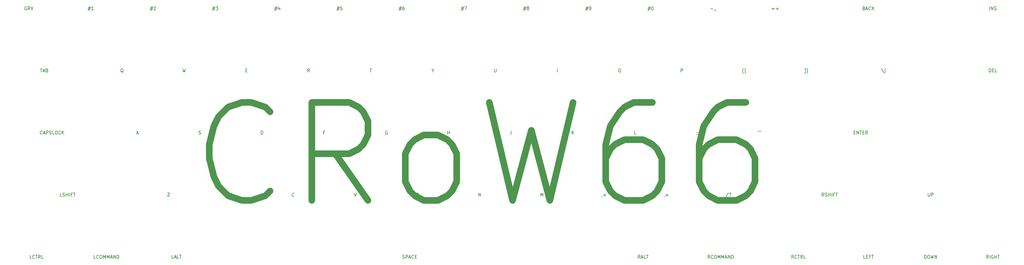
<source format=gbr>
G04 #@! TF.GenerationSoftware,KiCad,Pcbnew,(5.1.4)-1*
G04 #@! TF.CreationDate,2021-09-28T20:31:06+02:00*
G04 #@! TF.ProjectId,CrowMiniMk2,43726f77-4d69-46e6-994d-6b322e6b6963,rev?*
G04 #@! TF.SameCoordinates,Original*
G04 #@! TF.FileFunction,Legend,Top*
G04 #@! TF.FilePolarity,Positive*
%FSLAX46Y46*%
G04 Gerber Fmt 4.6, Leading zero omitted, Abs format (unit mm)*
G04 Created by KiCad (PCBNEW (5.1.4)-1) date 2021-09-28 20:31:06*
%MOMM*%
%LPD*%
G04 APERTURE LIST*
%ADD10C,2.000000*%
%ADD11C,0.150000*%
G04 APERTURE END LIST*
D10*
X92956250Y-92470535D02*
X91527678Y-93899107D01*
X87241964Y-95327678D01*
X84384821Y-95327678D01*
X80099107Y-93899107D01*
X77241964Y-91041964D01*
X75813392Y-88184821D01*
X74384821Y-82470535D01*
X74384821Y-78184821D01*
X75813392Y-72470535D01*
X77241964Y-69613392D01*
X80099107Y-66756250D01*
X84384821Y-65327678D01*
X87241964Y-65327678D01*
X91527678Y-66756250D01*
X92956250Y-68184821D01*
X122956250Y-95327678D02*
X112956250Y-81041964D01*
X105813392Y-95327678D02*
X105813392Y-65327678D01*
X117241964Y-65327678D01*
X120099107Y-66756250D01*
X121527678Y-68184821D01*
X122956250Y-71041964D01*
X122956250Y-75327678D01*
X121527678Y-78184821D01*
X120099107Y-79613392D01*
X117241964Y-81041964D01*
X105813392Y-81041964D01*
X140099107Y-95327678D02*
X137241964Y-93899107D01*
X135813392Y-92470535D01*
X134384821Y-89613392D01*
X134384821Y-81041964D01*
X135813392Y-78184821D01*
X137241964Y-76756250D01*
X140099107Y-75327678D01*
X144384821Y-75327678D01*
X147241964Y-76756250D01*
X148670535Y-78184821D01*
X150099107Y-81041964D01*
X150099107Y-89613392D01*
X148670535Y-92470535D01*
X147241964Y-93899107D01*
X144384821Y-95327678D01*
X140099107Y-95327678D01*
X160099107Y-65327678D02*
X167241964Y-95327678D01*
X172956250Y-73899107D01*
X178670535Y-95327678D01*
X185813392Y-65327678D01*
X210099107Y-65327678D02*
X204384821Y-65327678D01*
X201527678Y-66756250D01*
X200099107Y-68184821D01*
X197241964Y-72470535D01*
X195813392Y-78184821D01*
X195813392Y-89613392D01*
X197241964Y-92470535D01*
X198670535Y-93899107D01*
X201527678Y-95327678D01*
X207241964Y-95327678D01*
X210099107Y-93899107D01*
X211527678Y-92470535D01*
X212956250Y-89613392D01*
X212956250Y-82470535D01*
X211527678Y-79613392D01*
X210099107Y-78184821D01*
X207241964Y-76756250D01*
X201527678Y-76756250D01*
X198670535Y-78184821D01*
X197241964Y-79613392D01*
X195813392Y-82470535D01*
X238670535Y-65327678D02*
X232956250Y-65327678D01*
X230099107Y-66756250D01*
X228670535Y-68184821D01*
X225813392Y-72470535D01*
X224384821Y-78184821D01*
X224384821Y-89613392D01*
X225813392Y-92470535D01*
X227241964Y-93899107D01*
X230099107Y-95327678D01*
X235813392Y-95327678D01*
X238670535Y-93899107D01*
X240099107Y-92470535D01*
X241527678Y-89613392D01*
X241527678Y-82470535D01*
X240099107Y-79613392D01*
X238670535Y-78184821D01*
X235813392Y-76756250D01*
X230099107Y-76756250D01*
X227241964Y-78184821D01*
X225813392Y-79613392D01*
X224384821Y-82470535D01*
D11*
X271772321Y-74541071D02*
X272105654Y-74541071D01*
X272248511Y-75064880D02*
X271772321Y-75064880D01*
X271772321Y-74064880D01*
X272248511Y-74064880D01*
X272677083Y-75064880D02*
X272677083Y-74064880D01*
X273248511Y-75064880D01*
X273248511Y-74064880D01*
X273581845Y-74064880D02*
X274153273Y-74064880D01*
X273867559Y-75064880D02*
X273867559Y-74064880D01*
X274486607Y-74541071D02*
X274819940Y-74541071D01*
X274962797Y-75064880D02*
X274486607Y-75064880D01*
X274486607Y-74064880D01*
X274962797Y-74064880D01*
X275962797Y-75064880D02*
X275629464Y-74588690D01*
X275391369Y-75064880D02*
X275391369Y-74064880D01*
X275772321Y-74064880D01*
X275867559Y-74112500D01*
X275915178Y-74160119D01*
X275962797Y-74255357D01*
X275962797Y-74398214D01*
X275915178Y-74493452D01*
X275867559Y-74541071D01*
X275772321Y-74588690D01*
X275391369Y-74588690D01*
X262580654Y-94114880D02*
X262247321Y-93638690D01*
X262009226Y-94114880D02*
X262009226Y-93114880D01*
X262390178Y-93114880D01*
X262485416Y-93162500D01*
X262533035Y-93210119D01*
X262580654Y-93305357D01*
X262580654Y-93448214D01*
X262533035Y-93543452D01*
X262485416Y-93591071D01*
X262390178Y-93638690D01*
X262009226Y-93638690D01*
X262961607Y-94067261D02*
X263104464Y-94114880D01*
X263342559Y-94114880D01*
X263437797Y-94067261D01*
X263485416Y-94019642D01*
X263533035Y-93924404D01*
X263533035Y-93829166D01*
X263485416Y-93733928D01*
X263437797Y-93686309D01*
X263342559Y-93638690D01*
X263152083Y-93591071D01*
X263056845Y-93543452D01*
X263009226Y-93495833D01*
X262961607Y-93400595D01*
X262961607Y-93305357D01*
X263009226Y-93210119D01*
X263056845Y-93162500D01*
X263152083Y-93114880D01*
X263390178Y-93114880D01*
X263533035Y-93162500D01*
X263961607Y-94114880D02*
X263961607Y-93114880D01*
X263961607Y-93591071D02*
X264533035Y-93591071D01*
X264533035Y-94114880D02*
X264533035Y-93114880D01*
X265009226Y-94114880D02*
X265009226Y-93114880D01*
X265818750Y-93591071D02*
X265485416Y-93591071D01*
X265485416Y-94114880D02*
X265485416Y-93114880D01*
X265961607Y-93114880D01*
X266199702Y-93114880D02*
X266771130Y-93114880D01*
X266485416Y-94114880D02*
X266485416Y-93114880D01*
X29218154Y-94114880D02*
X28741964Y-94114880D01*
X28741964Y-93114880D01*
X29503869Y-94067261D02*
X29646726Y-94114880D01*
X29884821Y-94114880D01*
X29980059Y-94067261D01*
X30027678Y-94019642D01*
X30075297Y-93924404D01*
X30075297Y-93829166D01*
X30027678Y-93733928D01*
X29980059Y-93686309D01*
X29884821Y-93638690D01*
X29694345Y-93591071D01*
X29599107Y-93543452D01*
X29551488Y-93495833D01*
X29503869Y-93400595D01*
X29503869Y-93305357D01*
X29551488Y-93210119D01*
X29599107Y-93162500D01*
X29694345Y-93114880D01*
X29932440Y-93114880D01*
X30075297Y-93162500D01*
X30503869Y-94114880D02*
X30503869Y-93114880D01*
X30503869Y-93591071D02*
X31075297Y-93591071D01*
X31075297Y-94114880D02*
X31075297Y-93114880D01*
X31551488Y-94114880D02*
X31551488Y-93114880D01*
X32361011Y-93591071D02*
X32027678Y-93591071D01*
X32027678Y-94114880D02*
X32027678Y-93114880D01*
X32503869Y-93114880D01*
X32741964Y-93114880D02*
X33313392Y-93114880D01*
X33027678Y-94114880D02*
X33027678Y-93114880D01*
X23169940Y-74969642D02*
X23122321Y-75017261D01*
X22979464Y-75064880D01*
X22884226Y-75064880D01*
X22741369Y-75017261D01*
X22646130Y-74922023D01*
X22598511Y-74826785D01*
X22550892Y-74636309D01*
X22550892Y-74493452D01*
X22598511Y-74302976D01*
X22646130Y-74207738D01*
X22741369Y-74112500D01*
X22884226Y-74064880D01*
X22979464Y-74064880D01*
X23122321Y-74112500D01*
X23169940Y-74160119D01*
X23550892Y-74779166D02*
X24027083Y-74779166D01*
X23455654Y-75064880D02*
X23788988Y-74064880D01*
X24122321Y-75064880D01*
X24455654Y-75064880D02*
X24455654Y-74064880D01*
X24836607Y-74064880D01*
X24931845Y-74112500D01*
X24979464Y-74160119D01*
X25027083Y-74255357D01*
X25027083Y-74398214D01*
X24979464Y-74493452D01*
X24931845Y-74541071D01*
X24836607Y-74588690D01*
X24455654Y-74588690D01*
X25408035Y-75017261D02*
X25550892Y-75064880D01*
X25788988Y-75064880D01*
X25884226Y-75017261D01*
X25931845Y-74969642D01*
X25979464Y-74874404D01*
X25979464Y-74779166D01*
X25931845Y-74683928D01*
X25884226Y-74636309D01*
X25788988Y-74588690D01*
X25598511Y-74541071D01*
X25503273Y-74493452D01*
X25455654Y-74445833D01*
X25408035Y-74350595D01*
X25408035Y-74255357D01*
X25455654Y-74160119D01*
X25503273Y-74112500D01*
X25598511Y-74064880D01*
X25836607Y-74064880D01*
X25979464Y-74112500D01*
X26884226Y-75064880D02*
X26408035Y-75064880D01*
X26408035Y-74064880D01*
X27408035Y-74064880D02*
X27598511Y-74064880D01*
X27693750Y-74112500D01*
X27788988Y-74207738D01*
X27836607Y-74398214D01*
X27836607Y-74731547D01*
X27788988Y-74922023D01*
X27693750Y-75017261D01*
X27598511Y-75064880D01*
X27408035Y-75064880D01*
X27312797Y-75017261D01*
X27217559Y-74922023D01*
X27169940Y-74731547D01*
X27169940Y-74398214D01*
X27217559Y-74207738D01*
X27312797Y-74112500D01*
X27408035Y-74064880D01*
X28836607Y-74969642D02*
X28788988Y-75017261D01*
X28646130Y-75064880D01*
X28550892Y-75064880D01*
X28408035Y-75017261D01*
X28312797Y-74922023D01*
X28265178Y-74826785D01*
X28217559Y-74636309D01*
X28217559Y-74493452D01*
X28265178Y-74302976D01*
X28312797Y-74207738D01*
X28408035Y-74112500D01*
X28550892Y-74064880D01*
X28646130Y-74064880D01*
X28788988Y-74112500D01*
X28836607Y-74160119D01*
X29265178Y-75064880D02*
X29265178Y-74064880D01*
X29836607Y-75064880D02*
X29408035Y-74493452D01*
X29836607Y-74064880D02*
X29265178Y-74636309D01*
X274867857Y-36441071D02*
X275010714Y-36488690D01*
X275058333Y-36536309D01*
X275105952Y-36631547D01*
X275105952Y-36774404D01*
X275058333Y-36869642D01*
X275010714Y-36917261D01*
X274915476Y-36964880D01*
X274534523Y-36964880D01*
X274534523Y-35964880D01*
X274867857Y-35964880D01*
X274963095Y-36012500D01*
X275010714Y-36060119D01*
X275058333Y-36155357D01*
X275058333Y-36250595D01*
X275010714Y-36345833D01*
X274963095Y-36393452D01*
X274867857Y-36441071D01*
X274534523Y-36441071D01*
X275486904Y-36679166D02*
X275963095Y-36679166D01*
X275391666Y-36964880D02*
X275725000Y-35964880D01*
X276058333Y-36964880D01*
X276963095Y-36869642D02*
X276915476Y-36917261D01*
X276772619Y-36964880D01*
X276677380Y-36964880D01*
X276534523Y-36917261D01*
X276439285Y-36822023D01*
X276391666Y-36726785D01*
X276344047Y-36536309D01*
X276344047Y-36393452D01*
X276391666Y-36202976D01*
X276439285Y-36107738D01*
X276534523Y-36012500D01*
X276677380Y-35964880D01*
X276772619Y-35964880D01*
X276915476Y-36012500D01*
X276963095Y-36060119D01*
X277391666Y-36964880D02*
X277391666Y-35964880D01*
X277963095Y-36964880D02*
X277534523Y-36393452D01*
X277963095Y-35964880D02*
X277391666Y-36536309D01*
X280082738Y-54919642D02*
X280939880Y-56205357D01*
X281320833Y-56348214D02*
X281320833Y-54919642D01*
X22598214Y-55014880D02*
X23169642Y-55014880D01*
X22883928Y-56014880D02*
X22883928Y-55014880D01*
X23455357Y-55729166D02*
X23931547Y-55729166D01*
X23360119Y-56014880D02*
X23693452Y-55014880D01*
X24026785Y-56014880D01*
X24693452Y-55491071D02*
X24836309Y-55538690D01*
X24883928Y-55586309D01*
X24931547Y-55681547D01*
X24931547Y-55824404D01*
X24883928Y-55919642D01*
X24836309Y-55967261D01*
X24741071Y-56014880D01*
X24360119Y-56014880D01*
X24360119Y-55014880D01*
X24693452Y-55014880D01*
X24788690Y-55062500D01*
X24836309Y-55110119D01*
X24883928Y-55205357D01*
X24883928Y-55300595D01*
X24836309Y-55395833D01*
X24788690Y-55443452D01*
X24693452Y-55491071D01*
X24360119Y-55491071D01*
X253317559Y-113164880D02*
X252984226Y-112688690D01*
X252746130Y-113164880D02*
X252746130Y-112164880D01*
X253127083Y-112164880D01*
X253222321Y-112212500D01*
X253269940Y-112260119D01*
X253317559Y-112355357D01*
X253317559Y-112498214D01*
X253269940Y-112593452D01*
X253222321Y-112641071D01*
X253127083Y-112688690D01*
X252746130Y-112688690D01*
X254317559Y-113069642D02*
X254269940Y-113117261D01*
X254127083Y-113164880D01*
X254031845Y-113164880D01*
X253888988Y-113117261D01*
X253793750Y-113022023D01*
X253746130Y-112926785D01*
X253698511Y-112736309D01*
X253698511Y-112593452D01*
X253746130Y-112402976D01*
X253793750Y-112307738D01*
X253888988Y-112212500D01*
X254031845Y-112164880D01*
X254127083Y-112164880D01*
X254269940Y-112212500D01*
X254317559Y-112260119D01*
X254603273Y-112164880D02*
X255174702Y-112164880D01*
X254888988Y-113164880D02*
X254888988Y-112164880D01*
X256079464Y-113164880D02*
X255746130Y-112688690D01*
X255508035Y-113164880D02*
X255508035Y-112164880D01*
X255888988Y-112164880D01*
X255984226Y-112212500D01*
X256031845Y-112260119D01*
X256079464Y-112355357D01*
X256079464Y-112498214D01*
X256031845Y-112593452D01*
X255984226Y-112641071D01*
X255888988Y-112688690D01*
X255508035Y-112688690D01*
X256984226Y-113164880D02*
X256508035Y-113164880D01*
X256508035Y-112164880D01*
X227671726Y-113164880D02*
X227338392Y-112688690D01*
X227100297Y-113164880D02*
X227100297Y-112164880D01*
X227481250Y-112164880D01*
X227576488Y-112212500D01*
X227624107Y-112260119D01*
X227671726Y-112355357D01*
X227671726Y-112498214D01*
X227624107Y-112593452D01*
X227576488Y-112641071D01*
X227481250Y-112688690D01*
X227100297Y-112688690D01*
X228671726Y-113069642D02*
X228624107Y-113117261D01*
X228481250Y-113164880D01*
X228386011Y-113164880D01*
X228243154Y-113117261D01*
X228147916Y-113022023D01*
X228100297Y-112926785D01*
X228052678Y-112736309D01*
X228052678Y-112593452D01*
X228100297Y-112402976D01*
X228147916Y-112307738D01*
X228243154Y-112212500D01*
X228386011Y-112164880D01*
X228481250Y-112164880D01*
X228624107Y-112212500D01*
X228671726Y-112260119D01*
X229290773Y-112164880D02*
X229481250Y-112164880D01*
X229576488Y-112212500D01*
X229671726Y-112307738D01*
X229719345Y-112498214D01*
X229719345Y-112831547D01*
X229671726Y-113022023D01*
X229576488Y-113117261D01*
X229481250Y-113164880D01*
X229290773Y-113164880D01*
X229195535Y-113117261D01*
X229100297Y-113022023D01*
X229052678Y-112831547D01*
X229052678Y-112498214D01*
X229100297Y-112307738D01*
X229195535Y-112212500D01*
X229290773Y-112164880D01*
X230147916Y-113164880D02*
X230147916Y-112164880D01*
X230481250Y-112879166D01*
X230814583Y-112164880D01*
X230814583Y-113164880D01*
X231290773Y-113164880D02*
X231290773Y-112164880D01*
X231624107Y-112879166D01*
X231957440Y-112164880D01*
X231957440Y-113164880D01*
X232386011Y-112879166D02*
X232862202Y-112879166D01*
X232290773Y-113164880D02*
X232624107Y-112164880D01*
X232957440Y-113164880D01*
X233290773Y-113164880D02*
X233290773Y-112164880D01*
X233862202Y-113164880D01*
X233862202Y-112164880D01*
X234338392Y-113164880D02*
X234338392Y-112164880D01*
X234576488Y-112164880D01*
X234719345Y-112212500D01*
X234814583Y-112307738D01*
X234862202Y-112402976D01*
X234909821Y-112593452D01*
X234909821Y-112736309D01*
X234862202Y-112926785D01*
X234814583Y-113022023D01*
X234719345Y-113117261D01*
X234576488Y-113164880D01*
X234338392Y-113164880D01*
X206263988Y-113164880D02*
X205930654Y-112688690D01*
X205692559Y-113164880D02*
X205692559Y-112164880D01*
X206073511Y-112164880D01*
X206168750Y-112212500D01*
X206216369Y-112260119D01*
X206263988Y-112355357D01*
X206263988Y-112498214D01*
X206216369Y-112593452D01*
X206168750Y-112641071D01*
X206073511Y-112688690D01*
X205692559Y-112688690D01*
X206644940Y-112879166D02*
X207121130Y-112879166D01*
X206549702Y-113164880D02*
X206883035Y-112164880D01*
X207216369Y-113164880D01*
X208025892Y-113164880D02*
X207549702Y-113164880D01*
X207549702Y-112164880D01*
X208216369Y-112164880D02*
X208787797Y-112164880D01*
X208502083Y-113164880D02*
X208502083Y-112164880D01*
X63388988Y-113164880D02*
X62912797Y-113164880D01*
X62912797Y-112164880D01*
X63674702Y-112879166D02*
X64150892Y-112879166D01*
X63579464Y-113164880D02*
X63912797Y-112164880D01*
X64246130Y-113164880D01*
X65055654Y-113164880D02*
X64579464Y-113164880D01*
X64579464Y-112164880D01*
X65246130Y-112164880D02*
X65817559Y-112164880D01*
X65531845Y-113164880D02*
X65531845Y-112164880D01*
X39552976Y-113164880D02*
X39076785Y-113164880D01*
X39076785Y-112164880D01*
X40457738Y-113069642D02*
X40410119Y-113117261D01*
X40267261Y-113164880D01*
X40172023Y-113164880D01*
X40029166Y-113117261D01*
X39933928Y-113022023D01*
X39886309Y-112926785D01*
X39838690Y-112736309D01*
X39838690Y-112593452D01*
X39886309Y-112402976D01*
X39933928Y-112307738D01*
X40029166Y-112212500D01*
X40172023Y-112164880D01*
X40267261Y-112164880D01*
X40410119Y-112212500D01*
X40457738Y-112260119D01*
X41076785Y-112164880D02*
X41267261Y-112164880D01*
X41362500Y-112212500D01*
X41457738Y-112307738D01*
X41505357Y-112498214D01*
X41505357Y-112831547D01*
X41457738Y-113022023D01*
X41362500Y-113117261D01*
X41267261Y-113164880D01*
X41076785Y-113164880D01*
X40981547Y-113117261D01*
X40886309Y-113022023D01*
X40838690Y-112831547D01*
X40838690Y-112498214D01*
X40886309Y-112307738D01*
X40981547Y-112212500D01*
X41076785Y-112164880D01*
X41933928Y-113164880D02*
X41933928Y-112164880D01*
X42267261Y-112879166D01*
X42600595Y-112164880D01*
X42600595Y-113164880D01*
X43076785Y-113164880D02*
X43076785Y-112164880D01*
X43410119Y-112879166D01*
X43743452Y-112164880D01*
X43743452Y-113164880D01*
X44172023Y-112879166D02*
X44648214Y-112879166D01*
X44076785Y-113164880D02*
X44410119Y-112164880D01*
X44743452Y-113164880D01*
X45076785Y-113164880D02*
X45076785Y-112164880D01*
X45648214Y-113164880D01*
X45648214Y-112164880D01*
X46124404Y-113164880D02*
X46124404Y-112164880D01*
X46362500Y-112164880D01*
X46505357Y-112212500D01*
X46600595Y-112307738D01*
X46648214Y-112402976D01*
X46695833Y-112593452D01*
X46695833Y-112736309D01*
X46648214Y-112926785D01*
X46600595Y-113022023D01*
X46505357Y-113117261D01*
X46362500Y-113164880D01*
X46124404Y-113164880D01*
X19955059Y-113164880D02*
X19478869Y-113164880D01*
X19478869Y-112164880D01*
X20859821Y-113069642D02*
X20812202Y-113117261D01*
X20669345Y-113164880D01*
X20574107Y-113164880D01*
X20431250Y-113117261D01*
X20336011Y-113022023D01*
X20288392Y-112926785D01*
X20240773Y-112736309D01*
X20240773Y-112593452D01*
X20288392Y-112402976D01*
X20336011Y-112307738D01*
X20431250Y-112212500D01*
X20574107Y-112164880D01*
X20669345Y-112164880D01*
X20812202Y-112212500D01*
X20859821Y-112260119D01*
X21145535Y-112164880D02*
X21716964Y-112164880D01*
X21431250Y-113164880D02*
X21431250Y-112164880D01*
X22621726Y-113164880D02*
X22288392Y-112688690D01*
X22050297Y-113164880D02*
X22050297Y-112164880D01*
X22431250Y-112164880D01*
X22526488Y-112212500D01*
X22574107Y-112260119D01*
X22621726Y-112355357D01*
X22621726Y-112498214D01*
X22574107Y-112593452D01*
X22526488Y-112641071D01*
X22431250Y-112688690D01*
X22050297Y-112688690D01*
X23526488Y-113164880D02*
X23050297Y-113164880D01*
X23050297Y-112164880D01*
X133564583Y-113117261D02*
X133707440Y-113164880D01*
X133945535Y-113164880D01*
X134040773Y-113117261D01*
X134088392Y-113069642D01*
X134136011Y-112974404D01*
X134136011Y-112879166D01*
X134088392Y-112783928D01*
X134040773Y-112736309D01*
X133945535Y-112688690D01*
X133755059Y-112641071D01*
X133659821Y-112593452D01*
X133612202Y-112545833D01*
X133564583Y-112450595D01*
X133564583Y-112355357D01*
X133612202Y-112260119D01*
X133659821Y-112212500D01*
X133755059Y-112164880D01*
X133993154Y-112164880D01*
X134136011Y-112212500D01*
X134564583Y-113164880D02*
X134564583Y-112164880D01*
X134945535Y-112164880D01*
X135040773Y-112212500D01*
X135088392Y-112260119D01*
X135136011Y-112355357D01*
X135136011Y-112498214D01*
X135088392Y-112593452D01*
X135040773Y-112641071D01*
X134945535Y-112688690D01*
X134564583Y-112688690D01*
X135516964Y-112879166D02*
X135993154Y-112879166D01*
X135421726Y-113164880D02*
X135755059Y-112164880D01*
X136088392Y-113164880D01*
X136993154Y-113069642D02*
X136945535Y-113117261D01*
X136802678Y-113164880D01*
X136707440Y-113164880D01*
X136564583Y-113117261D01*
X136469345Y-113022023D01*
X136421726Y-112926785D01*
X136374107Y-112736309D01*
X136374107Y-112593452D01*
X136421726Y-112402976D01*
X136469345Y-112307738D01*
X136564583Y-112212500D01*
X136707440Y-112164880D01*
X136802678Y-112164880D01*
X136945535Y-112212500D01*
X136993154Y-112260119D01*
X137421726Y-112641071D02*
X137755059Y-112641071D01*
X137897916Y-113164880D02*
X137421726Y-113164880D01*
X137421726Y-112164880D01*
X137897916Y-112164880D01*
X312991666Y-113164880D02*
X312658333Y-112688690D01*
X312420238Y-113164880D02*
X312420238Y-112164880D01*
X312801190Y-112164880D01*
X312896428Y-112212500D01*
X312944047Y-112260119D01*
X312991666Y-112355357D01*
X312991666Y-112498214D01*
X312944047Y-112593452D01*
X312896428Y-112641071D01*
X312801190Y-112688690D01*
X312420238Y-112688690D01*
X313420238Y-113164880D02*
X313420238Y-112164880D01*
X314420238Y-112212500D02*
X314325000Y-112164880D01*
X314182142Y-112164880D01*
X314039285Y-112212500D01*
X313944047Y-112307738D01*
X313896428Y-112402976D01*
X313848809Y-112593452D01*
X313848809Y-112736309D01*
X313896428Y-112926785D01*
X313944047Y-113022023D01*
X314039285Y-113117261D01*
X314182142Y-113164880D01*
X314277380Y-113164880D01*
X314420238Y-113117261D01*
X314467857Y-113069642D01*
X314467857Y-112736309D01*
X314277380Y-112736309D01*
X314896428Y-113164880D02*
X314896428Y-112164880D01*
X314896428Y-112641071D02*
X315467857Y-112641071D01*
X315467857Y-113164880D02*
X315467857Y-112164880D01*
X315801190Y-112164880D02*
X316372619Y-112164880D01*
X316086904Y-113164880D02*
X316086904Y-112164880D01*
X293394047Y-113164880D02*
X293394047Y-112164880D01*
X293632142Y-112164880D01*
X293775000Y-112212500D01*
X293870238Y-112307738D01*
X293917857Y-112402976D01*
X293965476Y-112593452D01*
X293965476Y-112736309D01*
X293917857Y-112926785D01*
X293870238Y-113022023D01*
X293775000Y-113117261D01*
X293632142Y-113164880D01*
X293394047Y-113164880D01*
X294584523Y-112164880D02*
X294775000Y-112164880D01*
X294870238Y-112212500D01*
X294965476Y-112307738D01*
X295013095Y-112498214D01*
X295013095Y-112831547D01*
X294965476Y-113022023D01*
X294870238Y-113117261D01*
X294775000Y-113164880D01*
X294584523Y-113164880D01*
X294489285Y-113117261D01*
X294394047Y-113022023D01*
X294346428Y-112831547D01*
X294346428Y-112498214D01*
X294394047Y-112307738D01*
X294489285Y-112212500D01*
X294584523Y-112164880D01*
X295346428Y-112164880D02*
X295584523Y-113164880D01*
X295775000Y-112450595D01*
X295965476Y-113164880D01*
X296203571Y-112164880D01*
X296584523Y-113164880D02*
X296584523Y-112164880D01*
X297155952Y-113164880D01*
X297155952Y-112164880D01*
X275272619Y-113164880D02*
X274796428Y-113164880D01*
X274796428Y-112164880D01*
X275605952Y-112641071D02*
X275939285Y-112641071D01*
X276082142Y-113164880D02*
X275605952Y-113164880D01*
X275605952Y-112164880D01*
X276082142Y-112164880D01*
X276844047Y-112641071D02*
X276510714Y-112641071D01*
X276510714Y-113164880D02*
X276510714Y-112164880D01*
X276986904Y-112164880D01*
X277225000Y-112164880D02*
X277796428Y-112164880D01*
X277510714Y-113164880D02*
X277510714Y-112164880D01*
X294489285Y-93114880D02*
X294489285Y-93924404D01*
X294536904Y-94019642D01*
X294584523Y-94067261D01*
X294679761Y-94114880D01*
X294870238Y-94114880D01*
X294965476Y-94067261D01*
X295013095Y-94019642D01*
X295060714Y-93924404D01*
X295060714Y-93114880D01*
X295536904Y-94114880D02*
X295536904Y-93114880D01*
X295917857Y-93114880D01*
X296013095Y-93162500D01*
X296060714Y-93210119D01*
X296108333Y-93305357D01*
X296108333Y-93448214D01*
X296060714Y-93543452D01*
X296013095Y-93591071D01*
X295917857Y-93638690D01*
X295536904Y-93638690D01*
X233362500Y-93067261D02*
X232505357Y-94352976D01*
X233838690Y-94019642D02*
X233886309Y-94067261D01*
X233838690Y-94114880D01*
X233791071Y-94067261D01*
X233838690Y-94019642D01*
X233838690Y-94114880D01*
X233648214Y-93162500D02*
X233743452Y-93114880D01*
X233981547Y-93114880D01*
X234076785Y-93162500D01*
X234124404Y-93257738D01*
X234124404Y-93352976D01*
X234076785Y-93448214D01*
X234029166Y-93495833D01*
X233933928Y-93543452D01*
X233886309Y-93591071D01*
X233838690Y-93686309D01*
X233838690Y-93733928D01*
X213693452Y-94019642D02*
X213741071Y-94067261D01*
X213693452Y-94114880D01*
X213645833Y-94067261D01*
X213693452Y-94019642D01*
X213693452Y-94114880D01*
X214169642Y-93448214D02*
X214931547Y-93733928D01*
X214169642Y-94019642D01*
X194691071Y-94067261D02*
X194691071Y-94114880D01*
X194643452Y-94210119D01*
X194595833Y-94257738D01*
X195881547Y-93448214D02*
X195119642Y-93733928D01*
X195881547Y-94019642D01*
X175879166Y-94114880D02*
X175879166Y-93114880D01*
X176212500Y-93829166D01*
X176545833Y-93114880D01*
X176545833Y-94114880D01*
X156876785Y-94114880D02*
X156876785Y-93114880D01*
X157448214Y-94114880D01*
X157448214Y-93114880D01*
X138183928Y-93591071D02*
X138326785Y-93638690D01*
X138374404Y-93686309D01*
X138422023Y-93781547D01*
X138422023Y-93924404D01*
X138374404Y-94019642D01*
X138326785Y-94067261D01*
X138231547Y-94114880D01*
X137850595Y-94114880D01*
X137850595Y-93114880D01*
X138183928Y-93114880D01*
X138279166Y-93162500D01*
X138326785Y-93210119D01*
X138374404Y-93305357D01*
X138374404Y-93400595D01*
X138326785Y-93495833D01*
X138279166Y-93543452D01*
X138183928Y-93591071D01*
X137850595Y-93591071D01*
X118729166Y-93114880D02*
X119062500Y-94114880D01*
X119395833Y-93114880D01*
X100322023Y-94019642D02*
X100274404Y-94067261D01*
X100131547Y-94114880D01*
X100036309Y-94114880D01*
X99893452Y-94067261D01*
X99798214Y-93972023D01*
X99750595Y-93876785D01*
X99702976Y-93686309D01*
X99702976Y-93543452D01*
X99750595Y-93352976D01*
X99798214Y-93257738D01*
X99893452Y-93162500D01*
X100036309Y-93114880D01*
X100131547Y-93114880D01*
X100274404Y-93162500D01*
X100322023Y-93210119D01*
X80629166Y-93114880D02*
X81295833Y-94114880D01*
X81295833Y-93114880D02*
X80629166Y-94114880D01*
X61579166Y-93114880D02*
X62245833Y-93114880D01*
X61579166Y-94114880D01*
X62245833Y-94114880D01*
X242554166Y-74064880D02*
X242458928Y-74255357D01*
X242935119Y-74064880D02*
X242935119Y-74255357D01*
X243316071Y-74064880D02*
X243316071Y-74255357D01*
X223647023Y-75017261D02*
X223647023Y-75064880D01*
X223599404Y-75160119D01*
X223551785Y-75207738D01*
X223599404Y-74445833D02*
X223647023Y-74493452D01*
X223599404Y-74541071D01*
X223551785Y-74493452D01*
X223599404Y-74445833D01*
X223599404Y-74541071D01*
X224075595Y-74969642D02*
X224123214Y-75017261D01*
X224075595Y-75064880D01*
X224027976Y-75017261D01*
X224075595Y-74969642D01*
X224075595Y-75064880D01*
X224075595Y-74445833D02*
X224123214Y-74493452D01*
X224075595Y-74541071D01*
X224027976Y-74493452D01*
X224075595Y-74445833D01*
X224075595Y-74541071D01*
X205097023Y-75064880D02*
X204620833Y-75064880D01*
X204620833Y-74064880D01*
X185475595Y-75064880D02*
X185475595Y-74064880D01*
X186047023Y-75064880D02*
X185618452Y-74493452D01*
X186047023Y-74064880D02*
X185475595Y-74636309D01*
X166830357Y-74064880D02*
X166830357Y-74779166D01*
X166782738Y-74922023D01*
X166687500Y-75017261D01*
X166544642Y-75064880D01*
X166449404Y-75064880D01*
X147351785Y-75064880D02*
X147351785Y-74064880D01*
X147351785Y-74541071D02*
X147923214Y-74541071D01*
X147923214Y-75064880D02*
X147923214Y-74064880D01*
X128849404Y-74112500D02*
X128754166Y-74064880D01*
X128611309Y-74064880D01*
X128468452Y-74112500D01*
X128373214Y-74207738D01*
X128325595Y-74302976D01*
X128277976Y-74493452D01*
X128277976Y-74636309D01*
X128325595Y-74826785D01*
X128373214Y-74922023D01*
X128468452Y-75017261D01*
X128611309Y-75064880D01*
X128706547Y-75064880D01*
X128849404Y-75017261D01*
X128897023Y-74969642D01*
X128897023Y-74636309D01*
X128706547Y-74636309D01*
X109680357Y-74541071D02*
X109347023Y-74541071D01*
X109347023Y-75064880D02*
X109347023Y-74064880D01*
X109823214Y-74064880D01*
X90225595Y-75064880D02*
X90225595Y-74064880D01*
X90463690Y-74064880D01*
X90606547Y-74112500D01*
X90701785Y-74207738D01*
X90749404Y-74302976D01*
X90797023Y-74493452D01*
X90797023Y-74636309D01*
X90749404Y-74826785D01*
X90701785Y-74922023D01*
X90606547Y-75017261D01*
X90463690Y-75064880D01*
X90225595Y-75064880D01*
X71151785Y-75017261D02*
X71294642Y-75064880D01*
X71532738Y-75064880D01*
X71627976Y-75017261D01*
X71675595Y-74969642D01*
X71723214Y-74874404D01*
X71723214Y-74779166D01*
X71675595Y-74683928D01*
X71627976Y-74636309D01*
X71532738Y-74588690D01*
X71342261Y-74541071D01*
X71247023Y-74493452D01*
X71199404Y-74445833D01*
X71151785Y-74350595D01*
X71151785Y-74255357D01*
X71199404Y-74160119D01*
X71247023Y-74112500D01*
X71342261Y-74064880D01*
X71580357Y-74064880D01*
X71723214Y-74112500D01*
X52149404Y-74779166D02*
X52625595Y-74779166D01*
X52054166Y-75064880D02*
X52387500Y-74064880D01*
X52720833Y-75064880D01*
X313205952Y-56014880D02*
X313205952Y-55014880D01*
X313444047Y-55014880D01*
X313586904Y-55062500D01*
X313682142Y-55157738D01*
X313729761Y-55252976D01*
X313777380Y-55443452D01*
X313777380Y-55586309D01*
X313729761Y-55776785D01*
X313682142Y-55872023D01*
X313586904Y-55967261D01*
X313444047Y-56014880D01*
X313205952Y-56014880D01*
X314205952Y-55491071D02*
X314539285Y-55491071D01*
X314682142Y-56014880D02*
X314205952Y-56014880D01*
X314205952Y-55014880D01*
X314682142Y-55014880D01*
X315586904Y-56014880D02*
X315110714Y-56014880D01*
X315110714Y-55014880D01*
X256651190Y-56348214D02*
X256889285Y-56348214D01*
X256889285Y-54919642D01*
X256651190Y-54919642D01*
X257317857Y-56395833D02*
X257365476Y-56395833D01*
X257460714Y-56348214D01*
X257508333Y-56252976D01*
X257508333Y-55776785D01*
X257555952Y-55681547D01*
X257651190Y-55633928D01*
X257555952Y-55586309D01*
X257508333Y-55491071D01*
X257508333Y-55014880D01*
X257460714Y-54919642D01*
X257365476Y-54872023D01*
X257317857Y-54872023D01*
X237982142Y-56395833D02*
X237934523Y-56395833D01*
X237839285Y-56348214D01*
X237791666Y-56252976D01*
X237791666Y-55776785D01*
X237744047Y-55681547D01*
X237648809Y-55633928D01*
X237744047Y-55586309D01*
X237791666Y-55491071D01*
X237791666Y-55014880D01*
X237839285Y-54919642D01*
X237934523Y-54872023D01*
X237982142Y-54872023D01*
X238648809Y-56348214D02*
X238410714Y-56348214D01*
X238410714Y-54919642D01*
X238648809Y-54919642D01*
X218813095Y-56014880D02*
X218813095Y-55014880D01*
X219194047Y-55014880D01*
X219289285Y-55062500D01*
X219336904Y-55110119D01*
X219384523Y-55205357D01*
X219384523Y-55348214D01*
X219336904Y-55443452D01*
X219289285Y-55491071D01*
X219194047Y-55538690D01*
X218813095Y-55538690D01*
X199929761Y-55014880D02*
X200120238Y-55014880D01*
X200215476Y-55062500D01*
X200310714Y-55157738D01*
X200358333Y-55348214D01*
X200358333Y-55681547D01*
X200310714Y-55872023D01*
X200215476Y-55967261D01*
X200120238Y-56014880D01*
X199929761Y-56014880D01*
X199834523Y-55967261D01*
X199739285Y-55872023D01*
X199691666Y-55681547D01*
X199691666Y-55348214D01*
X199739285Y-55157738D01*
X199834523Y-55062500D01*
X199929761Y-55014880D01*
X180975000Y-56014880D02*
X180975000Y-55014880D01*
X161639285Y-55014880D02*
X161639285Y-55824404D01*
X161686904Y-55919642D01*
X161734523Y-55967261D01*
X161829761Y-56014880D01*
X162020238Y-56014880D01*
X162115476Y-55967261D01*
X162163095Y-55919642D01*
X162210714Y-55824404D01*
X162210714Y-55014880D01*
X142875000Y-55538690D02*
X142875000Y-56014880D01*
X142541666Y-55014880D02*
X142875000Y-55538690D01*
X143208333Y-55014880D01*
X123539285Y-55014880D02*
X124110714Y-55014880D01*
X123825000Y-56014880D02*
X123825000Y-55014880D01*
X105084523Y-56014880D02*
X104751190Y-55538690D01*
X104513095Y-56014880D02*
X104513095Y-55014880D01*
X104894047Y-55014880D01*
X104989285Y-55062500D01*
X105036904Y-55110119D01*
X105084523Y-55205357D01*
X105084523Y-55348214D01*
X105036904Y-55443452D01*
X104989285Y-55491071D01*
X104894047Y-55538690D01*
X104513095Y-55538690D01*
X85510714Y-55491071D02*
X85844047Y-55491071D01*
X85986904Y-56014880D02*
X85510714Y-56014880D01*
X85510714Y-55014880D01*
X85986904Y-55014880D01*
X66246428Y-55014880D02*
X66484523Y-56014880D01*
X66675000Y-55300595D01*
X66865476Y-56014880D01*
X67103571Y-55014880D01*
X48005952Y-56110119D02*
X47910714Y-56062500D01*
X47815476Y-55967261D01*
X47672619Y-55824404D01*
X47577380Y-55776785D01*
X47482142Y-55776785D01*
X47529761Y-56014880D02*
X47434523Y-55967261D01*
X47339285Y-55872023D01*
X47291666Y-55681547D01*
X47291666Y-55348214D01*
X47339285Y-55157738D01*
X47434523Y-55062500D01*
X47529761Y-55014880D01*
X47720238Y-55014880D01*
X47815476Y-55062500D01*
X47910714Y-55157738D01*
X47958333Y-55348214D01*
X47958333Y-55681547D01*
X47910714Y-55872023D01*
X47815476Y-55967261D01*
X47720238Y-56014880D01*
X47529761Y-56014880D01*
X313325000Y-36964880D02*
X313325000Y-35964880D01*
X313801190Y-36964880D02*
X313801190Y-35964880D01*
X314372619Y-36964880D01*
X314372619Y-35964880D01*
X314801190Y-36917261D02*
X314944047Y-36964880D01*
X315182142Y-36964880D01*
X315277380Y-36917261D01*
X315325000Y-36869642D01*
X315372619Y-36774404D01*
X315372619Y-36679166D01*
X315325000Y-36583928D01*
X315277380Y-36536309D01*
X315182142Y-36488690D01*
X314991666Y-36441071D01*
X314896428Y-36393452D01*
X314848809Y-36345833D01*
X314801190Y-36250595D01*
X314801190Y-36155357D01*
X314848809Y-36060119D01*
X314896428Y-36012500D01*
X314991666Y-35964880D01*
X315229761Y-35964880D01*
X315372619Y-36012500D01*
X246650000Y-36441071D02*
X247411904Y-36441071D01*
X247411904Y-36726785D02*
X246650000Y-36726785D01*
X247888095Y-36583928D02*
X248650000Y-36583928D01*
X248269047Y-36964880D02*
X248269047Y-36202976D01*
X227838095Y-36583928D02*
X228600000Y-36583928D01*
X228838095Y-37060119D02*
X229600000Y-37060119D01*
X208764285Y-36298214D02*
X209478571Y-36298214D01*
X209050000Y-35869642D02*
X208764285Y-37155357D01*
X209383333Y-36726785D02*
X208669047Y-36726785D01*
X209097619Y-37155357D02*
X209383333Y-35869642D01*
X210002380Y-35964880D02*
X210097619Y-35964880D01*
X210192857Y-36012500D01*
X210240476Y-36060119D01*
X210288095Y-36155357D01*
X210335714Y-36345833D01*
X210335714Y-36583928D01*
X210288095Y-36774404D01*
X210240476Y-36869642D01*
X210192857Y-36917261D01*
X210097619Y-36964880D01*
X210002380Y-36964880D01*
X209907142Y-36917261D01*
X209859523Y-36869642D01*
X209811904Y-36774404D01*
X209764285Y-36583928D01*
X209764285Y-36345833D01*
X209811904Y-36155357D01*
X209859523Y-36060119D01*
X209907142Y-36012500D01*
X210002380Y-35964880D01*
X189714285Y-36298214D02*
X190428571Y-36298214D01*
X190000000Y-35869642D02*
X189714285Y-37155357D01*
X190333333Y-36726785D02*
X189619047Y-36726785D01*
X190047619Y-37155357D02*
X190333333Y-35869642D01*
X190809523Y-36964880D02*
X191000000Y-36964880D01*
X191095238Y-36917261D01*
X191142857Y-36869642D01*
X191238095Y-36726785D01*
X191285714Y-36536309D01*
X191285714Y-36155357D01*
X191238095Y-36060119D01*
X191190476Y-36012500D01*
X191095238Y-35964880D01*
X190904761Y-35964880D01*
X190809523Y-36012500D01*
X190761904Y-36060119D01*
X190714285Y-36155357D01*
X190714285Y-36393452D01*
X190761904Y-36488690D01*
X190809523Y-36536309D01*
X190904761Y-36583928D01*
X191095238Y-36583928D01*
X191190476Y-36536309D01*
X191238095Y-36488690D01*
X191285714Y-36393452D01*
X170664285Y-36298214D02*
X171378571Y-36298214D01*
X170950000Y-35869642D02*
X170664285Y-37155357D01*
X171283333Y-36726785D02*
X170569047Y-36726785D01*
X170997619Y-37155357D02*
X171283333Y-35869642D01*
X171854761Y-36393452D02*
X171759523Y-36345833D01*
X171711904Y-36298214D01*
X171664285Y-36202976D01*
X171664285Y-36155357D01*
X171711904Y-36060119D01*
X171759523Y-36012500D01*
X171854761Y-35964880D01*
X172045238Y-35964880D01*
X172140476Y-36012500D01*
X172188095Y-36060119D01*
X172235714Y-36155357D01*
X172235714Y-36202976D01*
X172188095Y-36298214D01*
X172140476Y-36345833D01*
X172045238Y-36393452D01*
X171854761Y-36393452D01*
X171759523Y-36441071D01*
X171711904Y-36488690D01*
X171664285Y-36583928D01*
X171664285Y-36774404D01*
X171711904Y-36869642D01*
X171759523Y-36917261D01*
X171854761Y-36964880D01*
X172045238Y-36964880D01*
X172140476Y-36917261D01*
X172188095Y-36869642D01*
X172235714Y-36774404D01*
X172235714Y-36583928D01*
X172188095Y-36488690D01*
X172140476Y-36441071D01*
X172045238Y-36393452D01*
X151614285Y-36298214D02*
X152328571Y-36298214D01*
X151900000Y-35869642D02*
X151614285Y-37155357D01*
X152233333Y-36726785D02*
X151519047Y-36726785D01*
X151947619Y-37155357D02*
X152233333Y-35869642D01*
X152566666Y-35964880D02*
X153233333Y-35964880D01*
X152804761Y-36964880D01*
X132564285Y-36298214D02*
X133278571Y-36298214D01*
X132850000Y-35869642D02*
X132564285Y-37155357D01*
X133183333Y-36726785D02*
X132469047Y-36726785D01*
X132897619Y-37155357D02*
X133183333Y-35869642D01*
X134040476Y-35964880D02*
X133850000Y-35964880D01*
X133754761Y-36012500D01*
X133707142Y-36060119D01*
X133611904Y-36202976D01*
X133564285Y-36393452D01*
X133564285Y-36774404D01*
X133611904Y-36869642D01*
X133659523Y-36917261D01*
X133754761Y-36964880D01*
X133945238Y-36964880D01*
X134040476Y-36917261D01*
X134088095Y-36869642D01*
X134135714Y-36774404D01*
X134135714Y-36536309D01*
X134088095Y-36441071D01*
X134040476Y-36393452D01*
X133945238Y-36345833D01*
X133754761Y-36345833D01*
X133659523Y-36393452D01*
X133611904Y-36441071D01*
X133564285Y-36536309D01*
X113514285Y-36298214D02*
X114228571Y-36298214D01*
X113800000Y-35869642D02*
X113514285Y-37155357D01*
X114133333Y-36726785D02*
X113419047Y-36726785D01*
X113847619Y-37155357D02*
X114133333Y-35869642D01*
X115038095Y-35964880D02*
X114561904Y-35964880D01*
X114514285Y-36441071D01*
X114561904Y-36393452D01*
X114657142Y-36345833D01*
X114895238Y-36345833D01*
X114990476Y-36393452D01*
X115038095Y-36441071D01*
X115085714Y-36536309D01*
X115085714Y-36774404D01*
X115038095Y-36869642D01*
X114990476Y-36917261D01*
X114895238Y-36964880D01*
X114657142Y-36964880D01*
X114561904Y-36917261D01*
X114514285Y-36869642D01*
X94464285Y-36298214D02*
X95178571Y-36298214D01*
X94750000Y-35869642D02*
X94464285Y-37155357D01*
X95083333Y-36726785D02*
X94369047Y-36726785D01*
X94797619Y-37155357D02*
X95083333Y-35869642D01*
X95940476Y-36298214D02*
X95940476Y-36964880D01*
X95702380Y-35917261D02*
X95464285Y-36631547D01*
X96083333Y-36631547D01*
X75414285Y-36298214D02*
X76128571Y-36298214D01*
X75700000Y-35869642D02*
X75414285Y-37155357D01*
X76033333Y-36726785D02*
X75319047Y-36726785D01*
X75747619Y-37155357D02*
X76033333Y-35869642D01*
X76366666Y-35964880D02*
X76985714Y-35964880D01*
X76652380Y-36345833D01*
X76795238Y-36345833D01*
X76890476Y-36393452D01*
X76938095Y-36441071D01*
X76985714Y-36536309D01*
X76985714Y-36774404D01*
X76938095Y-36869642D01*
X76890476Y-36917261D01*
X76795238Y-36964880D01*
X76509523Y-36964880D01*
X76414285Y-36917261D01*
X76366666Y-36869642D01*
X56364285Y-36298214D02*
X57078571Y-36298214D01*
X56650000Y-35869642D02*
X56364285Y-37155357D01*
X56983333Y-36726785D02*
X56269047Y-36726785D01*
X56697619Y-37155357D02*
X56983333Y-35869642D01*
X57364285Y-36060119D02*
X57411904Y-36012500D01*
X57507142Y-35964880D01*
X57745238Y-35964880D01*
X57840476Y-36012500D01*
X57888095Y-36060119D01*
X57935714Y-36155357D01*
X57935714Y-36250595D01*
X57888095Y-36393452D01*
X57316666Y-36964880D01*
X57935714Y-36964880D01*
X37314285Y-36298214D02*
X38028571Y-36298214D01*
X37600000Y-35869642D02*
X37314285Y-37155357D01*
X37933333Y-36726785D02*
X37219047Y-36726785D01*
X37647619Y-37155357D02*
X37933333Y-35869642D01*
X38885714Y-36964880D02*
X38314285Y-36964880D01*
X38600000Y-36964880D02*
X38600000Y-35964880D01*
X38504761Y-36107738D01*
X38409523Y-36202976D01*
X38314285Y-36250595D01*
X18383333Y-36012500D02*
X18288095Y-35964880D01*
X18145238Y-35964880D01*
X18002380Y-36012500D01*
X17907142Y-36107738D01*
X17859523Y-36202976D01*
X17811904Y-36393452D01*
X17811904Y-36536309D01*
X17859523Y-36726785D01*
X17907142Y-36822023D01*
X18002380Y-36917261D01*
X18145238Y-36964880D01*
X18240476Y-36964880D01*
X18383333Y-36917261D01*
X18430952Y-36869642D01*
X18430952Y-36536309D01*
X18240476Y-36536309D01*
X19430952Y-36964880D02*
X19097619Y-36488690D01*
X18859523Y-36964880D02*
X18859523Y-35964880D01*
X19240476Y-35964880D01*
X19335714Y-36012500D01*
X19383333Y-36060119D01*
X19430952Y-36155357D01*
X19430952Y-36298214D01*
X19383333Y-36393452D01*
X19335714Y-36441071D01*
X19240476Y-36488690D01*
X18859523Y-36488690D01*
X19716666Y-35964880D02*
X20050000Y-36964880D01*
X20383333Y-35964880D01*
M02*

</source>
